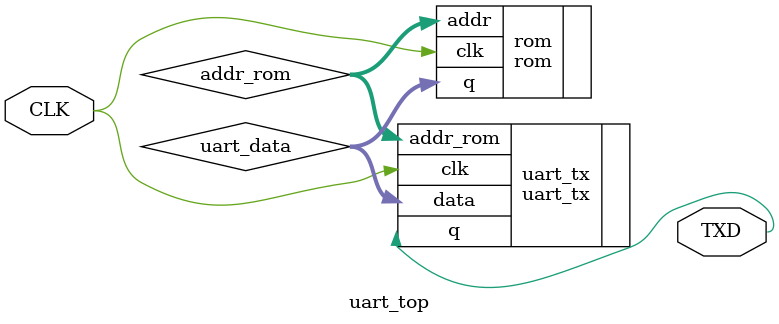
<source format=v>
module uart_top (
    input  wire CLK,
    output wire TXD
);

    wire [2:0] addr_rom;
    wire [7:0] uart_data;

    rom rom (
        .addr(addr_rom),
        .clk (CLK),
        .q   (uart_data)
    );

    uart_tx uart_tx (
        .clk     (CLK),
        .data    (uart_data),
        .q       (TXD),
        .addr_rom(addr_rom)
    );

endmodule

</source>
